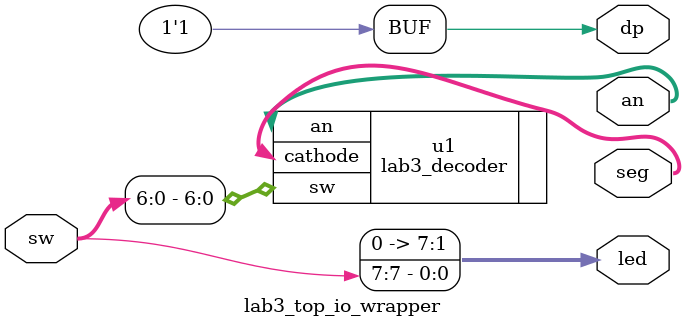
<source format=sv>
`timescale 1ns / 1ps
module lab3_top_io_wrapper(
	output logic [6:0] seg,
	output logic dp,
	output logic [3:0] an,
	output logic [7:0] led,
	input logic [7:0] sw
	);
	 
	// --------- outputs ----------
	// shut everything off as a default
	assign dp = 1'b1;	// low is on
	// regular leds
	assign led[7:1] = 7'b0000000;	// high is on
	// assign the left over switch to minimize warnings
	assign led[0] = sw[7];
	
	// Instantiate the top module
	lab3_decoder u1 (.sw(sw[6:0]), .an, .cathode(seg));

endmodule

</source>
